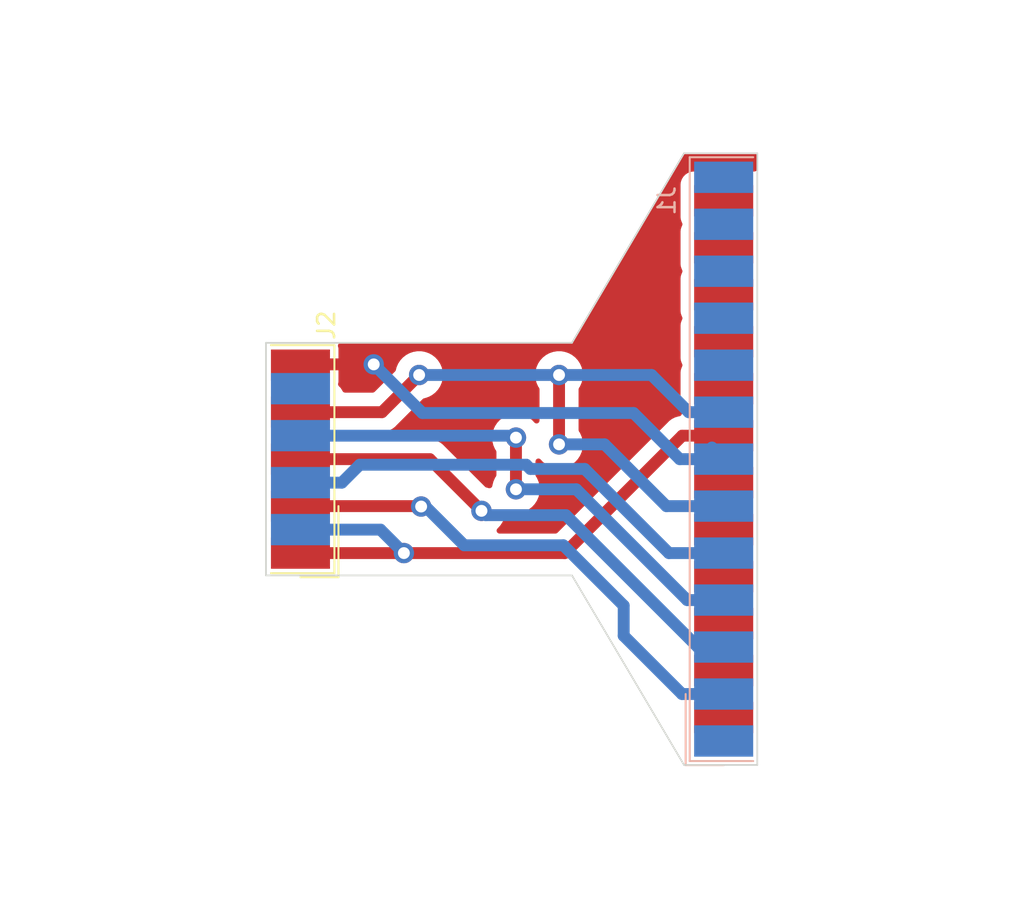
<source format=kicad_pcb>
(kicad_pcb (version 20221018) (generator pcbnew)
  (layers (0 "F.Cu" signal) (31 "B.Cu" signal) (34 "B.Paste" user) (35 "F.Paste" user) (36 "B.SilkS" user "B.Silkscreen") (37 "F.SilkS" user "F.Silkscreen") (38 "B.Mask" user) (39 "F.Mask" user) (44 "Edge.Cuts" user))
  (net 0 "")
  (net 2 "Net-(J1-Pad2)")
  (net 3 "Net-(J1-Pad3)")
  (net 4 "Net-(J1-Pad4)")
  (net 5 "Net-(J1-Pad5)")
  (net 6 "Net-(J1-Pad6)")
  (net 7 "GNDD")
  (net 19 "Net-(J1-P20)")
  (footprint "Connector_Dsub:DSUB-9_Female_EdgeMount_P2.77mm" (layer "F.Cu") (at 142.24 118.11 -90)
    (fp_text reference "J2" (at -7.898 -1.524 90) (layer "F.SilkS"))
    (fp_text value "DE9_Receptacle")
    (fp_line (start -6.723333 -2) (end -6.723333 1.74) (stroke (width 0.12)) (layer "F.SilkS"))
    (fp_line (start 6.723333 -2) (end -6.723333 -2) (stroke (width 0.12)) (layer "F.SilkS"))
    (fp_line (start 6.723333 1.74) (end 6.723333 -2) (stroke (width 0.12)) (layer "F.SilkS"))
    (fp_line (start 6.963333 -2.24) (end 2.77 -2.24) (stroke (width 0.12)) (layer "F.SilkS"))
    (fp_line (start 6.963333 0) (end 6.963333 -2.24) (stroke (width 0.12)) (layer "F.SilkS"))
    (pad "1" smd rect (at 5.54 0 270) (size 1.846667 3.48) (layers "F.Cu" "F.Paste" "F.Mask") (net 19 "Net-(J1-P20)"))
    (pad "2" smd rect (at 2.77 0 270) (size 1.846667 3.48) (layers "F.Cu" "F.Paste" "F.Mask") (net 2 "Net-(J1-Pad2)"))
    (pad "3" smd rect (at 0 0 270) (size 1.846667 3.48) (layers "F.Cu" "F.Paste" "F.Mask") (net 3 "Net-(J1-Pad3)"))
    (pad "4" smd rect (at -2.77 0 270) (size 1.846667 3.48) (layers "F.Cu" "F.Paste" "F.Mask") (net 6 "Net-(J1-Pad6)"))
    (pad "5" smd rect (at -5.54 0 270) (size 1.846667 3.48) (layers "F.Cu" "F.Paste" "F.Mask") (net 7 "GNDD"))
    (pad "6" smd rect (at 4.155 0 270) (size 1.846667 3.48) (layers "B.Cu" "B.Paste" "B.Mask") (net 19 "Net-(J1-P20)"))
    (pad "7" smd rect (at 1.385 0 270) (size 1.846667 3.48) (layers "B.Cu" "B.Paste" "B.Mask") (net 5 "Net-(J1-Pad5)"))
    (pad "8" smd rect (at -1.385 0 270) (size 1.846667 3.48) (layers "B.Cu" "B.Paste" "B.Mask") (net 4 "Net-(J1-Pad4)"))
    (pad "9" smd rect (at -4.155 0 270) (size 1.846667 3.48) (layers "B.Cu" "B.Paste" "B.Mask"))
  )
  (footprint "Connector_Dsub:DSUB-25_Female_EdgeMount_P2.77mm" (layer "B.Cu") (at 167.1815 118.11 -90)
    (fp_text reference "J1" (at -15.24 3.3515 90) (layer "B.SilkS") (effects (justify mirror)))
    (fp_text value "DB25_Receptacle")
    (fp_line (start -17.803333 2) (end -17.803333 -1.74) (stroke (width 0.12)) (layer "B.SilkS"))
    (fp_line (start 17.803333 -1.74) (end 17.803333 2) (stroke (width 0.12)) (layer "B.SilkS"))
    (fp_line (start 17.803333 2) (end -17.803333 2) (stroke (width 0.12)) (layer "B.SilkS"))
    (fp_line (start 18.043333 0) (end 18.043333 2.24) (stroke (width 0.12)) (layer "B.SilkS"))
    (fp_line (start 18.043333 2.24) (end 13.85 2.24) (stroke (width 0.12)) (layer "B.SilkS"))
    (pad "1" smd rect (at 16.62 0 270) (size 1.846667 3.48) (layers "B.Cu" "B.Paste" "B.Mask"))
    (pad "2" smd rect (at 13.85 0 270) (size 1.846667 3.48) (layers "B.Cu" "B.Paste" "B.Mask") (net 2 "Net-(J1-Pad2)"))
    (pad "3" smd rect (at 11.08 0 270) (size 1.846667 3.48) (layers "B.Cu" "B.Paste" "B.Mask") (net 3 "Net-(J1-Pad3)"))
    (pad "4" smd rect (at 8.31 0 270) (size 1.846667 3.48) (layers "B.Cu" "B.Paste" "B.Mask") (net 4 "Net-(J1-Pad4)"))
    (pad "5" smd rect (at 5.54 0 270) (size 1.846667 3.48) (layers "B.Cu" "B.Paste" "B.Mask") (net 5 "Net-(J1-Pad5)"))
    (pad "6" smd rect (at 2.77 0 270) (size 1.846667 3.48) (layers "B.Cu" "B.Paste" "B.Mask") (net 6 "Net-(J1-Pad6)"))
    (pad "7" smd rect (at 0 0 270) (size 1.846667 3.48) (layers "B.Cu" "B.Paste" "B.Mask") (net 7 "GNDD"))
    (pad "8" smd rect (at -2.77 0 270) (size 1.846667 3.48) (layers "B.Cu" "B.Paste" "B.Mask") (net 6 "Net-(J1-Pad6)"))
    (pad "9" smd rect (at -5.54 0 270) (size 1.846667 3.48) (layers "B.Cu" "B.Paste" "B.Mask"))
    (pad "10" smd rect (at -8.31 0 270) (size 1.846667 3.48) (layers "B.Cu" "B.Paste" "B.Mask"))
    (pad "11" smd rect (at -11.08 0 270) (size 1.846667 3.48) (layers "B.Cu" "B.Paste" "B.Mask"))
    (pad "12" smd rect (at -13.85 0 270) (size 1.846667 3.48) (layers "B.Cu" "B.Paste" "B.Mask"))
    (pad "13" smd rect (at -16.62 0 270) (size 1.846667 3.48) (layers "B.Cu" "B.Paste" "B.Mask"))
    (pad "14" smd rect (at 15.235 0 270) (size 1.846667 3.48) (layers "F.Cu" "F.Paste" "F.Mask"))
    (pad "15" smd rect (at 12.465 0 270) (size 1.846667 3.48) (layers "F.Cu" "F.Paste" "F.Mask"))
    (pad "16" smd rect (at 9.695 0 270) (size 1.846667 3.48) (layers "F.Cu" "F.Paste" "F.Mask"))
    (pad "17" smd rect (at 6.925 0 270) (size 1.846667 3.48) (layers "F.Cu" "F.Paste" "F.Mask"))
    (pad "18" smd rect (at 4.155 0 270) (size 1.846667 3.48) (layers "F.Cu" "F.Paste" "F.Mask"))
    (pad "19" smd rect (at 1.385 0 270) (size 1.846667 3.48) (layers "F.Cu" "F.Paste" "F.Mask"))
    (pad "20" smd rect (at -1.385 0 270) (size 1.846667 3.48) (layers "F.Cu" "F.Paste" "F.Mask") (net 19 "Net-(J1-P20)"))
    (pad "21" smd rect (at -4.155 0 270) (size 1.846667 3.48) (layers "F.Cu" "F.Paste" "F.Mask"))
    (pad "22" smd rect (at -6.925 0 270) (size 1.846667 3.48) (layers "F.Cu" "F.Paste" "F.Mask"))
    (pad "23" smd rect (at -9.695 0 270) (size 1.846667 3.48) (layers "F.Cu" "F.Paste" "F.Mask"))
    (pad "24" smd rect (at -12.465 0 270) (size 1.846667 3.48) (layers "F.Cu" "F.Paste" "F.Mask"))
    (pad "25" smd rect (at -15.235 0 270) (size 1.846667 3.48) (layers "F.Cu" "F.Paste" "F.Mask"))
  )
  (gr_line (start 169.164 100.076) (end 169.164 136.144) (stroke (width 0.1)) (layer "Edge.Cuts"))
  (gr_line (start 164.846 136.144) (end 158.242 124.968) (stroke (width 0.1)) (layer "Edge.Cuts"))
  (gr_line (start 169.164 100.076) (end 164.846 100.076) (stroke (width 0.1)) (layer "Edge.Cuts"))
  (gr_line (start 169.164 136.144) (end 164.846 136.144) (stroke (width 0.1)) (layer "Edge.Cuts"))
  (gr_line (start 140.208 111.252) (end 158.242 111.252) (stroke (width 0.1)) (layer "Edge.Cuts"))
  (gr_line (start 164.846 100.076) (end 158.242 111.252) (stroke (width 0.1)) (layer "Edge.Cuts"))
  (gr_line (start 140.208 124.968) (end 158.242 124.968) (stroke (width 0.1)) (layer "Edge.Cuts"))
  (gr_line (start 140.208 111.252) (end 140.208 124.968) (stroke (width 0.1)) (layer "Edge.Cuts"))
  (segment (start 149.352 120.904) (end 149.328 120.88) (width 0.7) (layer "F.Cu") (net 2))
  (segment (start 149.328 120.88) (end 142.24 120.88) (width 0.7) (layer "F.Cu") (net 2))
  (via (at 149.352 120.904) (size 1.2) (drill 0.7) (layers "F.Cu" "B.Cu") (net 2))
  (segment (start 149.606 120.904) (end 149.352 120.904) (width 0.7) (layer "B.Cu") (net 2))
  (segment (start 157.734 123.19) (end 151.892 123.19) (width 0.7) (layer "B.Cu") (net 2))
  (segment (start 151.892 123.19) (end 149.606 120.904) (width 0.7) (layer "B.Cu") (net 2))
  (segment (start 164.726 131.96) (end 167.1815 131.96) (width 0.7) (layer "B.Cu") (net 2))
  (segment (start 161.29 126.746) (end 157.734 123.19) (width 0.7) (layer "B.Cu") (net 2))
  (segment (start 161.29 128.524) (end 164.726 131.96) (width 0.7) (layer "B.Cu") (net 2))
  (segment (start 161.29 126.746) (end 161.29 128.524) (width 0.7) (layer "B.Cu") (net 2))
  (segment (start 149.86 118.11) (end 142.24 118.11) (width 0.7) (layer "F.Cu") (net 3))
  (segment (start 152.908 121.158) (end 149.86 118.11) (width 0.7) (layer "F.Cu") (net 3))
  (via (at 152.908 121.158) (size 1.2) (drill 0.7) (layers "F.Cu" "B.Cu") (net 3))
  (segment (start 165.657397 129.19) (end 157.879397 121.412) (width 0.7) (layer "B.Cu") (net 3))
  (segment (start 167.1815 129.19) (end 165.657397 129.19) (width 0.7) (layer "B.Cu") (net 3))
  (segment (start 153.162 121.412) (end 152.908 121.158) (width 0.7) (layer "B.Cu") (net 3))
  (segment (start 157.879397 121.412) (end 153.162 121.412) (width 0.7) (layer "B.Cu") (net 3))
  (segment (start 154.94 116.84) (end 154.94 119.888) (width 0.7) (layer "F.Cu") (net 4))
  (via (at 154.94 119.888) (size 1.2) (drill 0.7) (layers "F.Cu" "B.Cu") (net 4))
  (via (at 154.94 116.84) (size 1.2) (drill 0.7) (layers "F.Cu" "B.Cu") (net 4))
  (segment (start 165.028 126.42) (end 158.496 119.888) (width 0.7) (layer "B.Cu") (net 4))
  (segment (start 167.1815 126.42) (end 165.028 126.42) (width 0.7) (layer "B.Cu") (net 4))
  (segment (start 158.496 119.888) (end 154.94 119.888) (width 0.7) (layer "B.Cu") (net 4))
  (segment (start 142.24 116.725) (end 154.825 116.725) (width 0.7) (layer "B.Cu") (net 4))
  (segment (start 154.825 116.725) (end 154.94 116.84) (width 0.7) (layer "B.Cu") (net 4))
  (segment (start 144.68 119.495) (end 142.24 119.495) (width 0.7) (layer "B.Cu") (net 5))
  (segment (start 155.790402 118.688499) (end 155.540403 118.4385) (width 0.7) (layer "B.Cu") (net 5))
  (segment (start 145.7365 118.4385) (end 144.68 119.495) (width 0.7) (layer "B.Cu") (net 5))
  (segment (start 167.1815 123.65) (end 163.95435 123.65) (width 0.7) (layer "B.Cu") (net 5))
  (segment (start 155.540403 118.4385) (end 145.7365 118.4385) (width 0.7) (layer "B.Cu") (net 5))
  (segment (start 158.992849 118.688499) (end 155.790402 118.688499) (width 0.7) (layer "B.Cu") (net 5))
  (segment (start 163.95435 123.65) (end 158.992849 118.688499) (width 0.7) (layer "B.Cu") (net 5))
  (segment (start 157.48 113.148048) (end 157.48 117.238999) (width 0.7) (layer "F.Cu") (net 6))
  (segment (start 142.24 115.34) (end 147.042 115.34) (width 0.7) (layer "F.Cu") (net 6))
  (segment (start 147.042 115.34) (end 149.233952 113.148048) (width 0.7) (layer "F.Cu") (net 6))
  (via (at 157.48 117.238999) (size 1.2) (drill 0.7) (layers "F.Cu" "B.Cu") (net 6))
  (via (at 149.233952 113.148048) (size 1.2) (drill 0.7) (layers "F.Cu" "B.Cu") (net 6))
  (via (at 157.48 113.148048) (size 1.2) (drill 0.7) (layers "F.Cu" "B.Cu") (net 6))
  (segment (start 165.124 115.34) (end 162.932048 113.148048) (width 0.7) (layer "B.Cu") (net 6))
  (segment (start 163.806 120.88) (end 160.164999 117.238999) (width 0.7) (layer "B.Cu") (net 6))
  (segment (start 167.1815 115.34) (end 165.124 115.34) (width 0.7) (layer "B.Cu") (net 6))
  (segment (start 162.932048 113.148048) (end 157.48 113.148048) (width 0.7) (layer "B.Cu") (net 6))
  (segment (start 157.48 113.148048) (end 149.233952 113.148048) (width 0.7) (layer "B.Cu") (net 6))
  (segment (start 167.1815 120.88) (end 163.806 120.88) (width 0.7) (layer "B.Cu") (net 6))
  (segment (start 160.164999 117.238999) (end 157.48 117.238999) (width 0.7) (layer "B.Cu") (net 6))
  (segment (start 146.558 112.522) (end 142.288 112.522) (width 0.7) (layer "F.Cu") (net 7))
  (segment (start 142.288 112.522) (end 142.24 112.57) (width 0.7) (layer "F.Cu") (net 7))
  (via (at 146.558 112.522) (size 1.2) (drill 0.7) (layers "F.Cu" "B.Cu") (net 7))
  (segment (start 167.1815 118.11) (end 166.494 117.4225) (width 0.7) (layer "B.Cu") (net 7))
  (segment (start 149.4265 115.3905) (end 146.558 112.522) (width 0.7) (layer "B.Cu") (net 7))
  (segment (start 161.8725 115.3905) (end 149.4265 115.3905) (width 0.7) (layer "B.Cu") (net 7))
  (segment (start 167.1815 118.11) (end 164.592 118.11) (width 0.7) (layer "B.Cu") (net 7))
  (segment (start 164.592 118.11) (end 161.8725 115.3905) (width 0.7) (layer "B.Cu") (net 7))
  (segment (start 157.8165 123.65) (end 148.336 123.65) (width 0.7) (layer "F.Cu") (net 19))
  (segment (start 167.1815 116.725) (end 164.7415 116.725) (width 0.7) (layer "F.Cu") (net 19))
  (segment (start 142.24 123.65) (end 148.336 123.65) (width 0.7) (layer "F.Cu") (net 19))
  (segment (start 164.7415 116.725) (end 157.8165 123.65) (width 0.7) (layer "F.Cu") (net 19))
  (via (at 148.336 123.65) (size 1.2) (drill 0.7) (layers "F.Cu" "B.Cu") (net 19))
  (segment (start 142.24 122.265) (end 146.951 122.265) (width 0.7) (layer "B.Cu") (net 19))
  (segment (start 146.951 122.265) (end 148.336 123.65) (width 0.7) (layer "B.Cu") (net 19))
  (zone (net 7) (net_name "GNDD") (layer "F.Cu") (connect_pads (clearance 0.8)) (min_thickness 0.35) (fill yes (thermal_gap 0.5) (thermal_bridge_width 0.5))
    (polygon (pts (xy 170.688 98.552) (xy 139.7 98.552) (xy 139.446 138.684) (xy 170.434 138.684)))
  )
)
</source>
